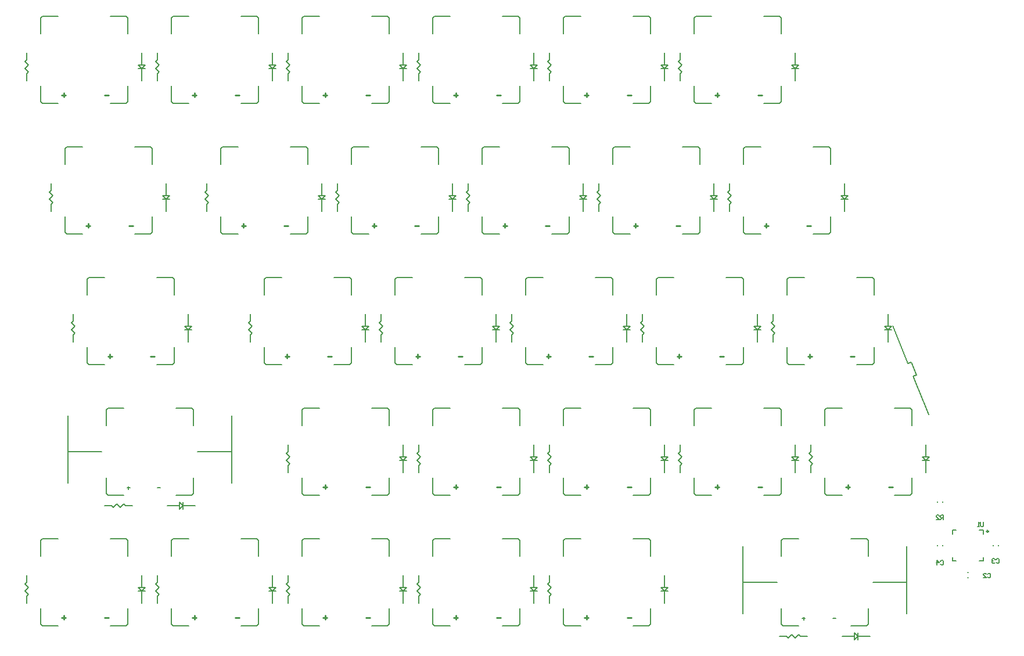
<source format=gbo>
G04*
G04 #@! TF.GenerationSoftware,Altium Limited,Altium Designer,18.1.7 (191)*
G04*
G04 Layer_Color=32896*
%FSLAX25Y25*%
%MOIN*%
G70*
G01*
G75*
%ADD10C,0.00984*%
%ADD11C,0.00800*%
%ADD12C,0.00787*%
%ADD13C,0.00500*%
%ADD14C,0.01000*%
D10*
X558811Y69169D02*
G03*
X558811Y69169I-492J0D01*
G01*
D11*
X72962Y334963D02*
X74963Y336963D01*
X14963Y315963D02*
X15962Y314963D01*
X14963Y315963D02*
Y324962D01*
Y363963D02*
X15962Y364963D01*
X14963Y354962D02*
Y363963D01*
X70963Y334963D02*
X74963D01*
X70963Y336963D02*
X72962Y334963D01*
X70963Y336963D02*
X74963D01*
X63963Y314963D02*
X64963Y315963D01*
Y324962D01*
Y354962D02*
Y363963D01*
X63963Y364963D02*
X64963Y363963D01*
X15962Y314963D02*
X24962D01*
X72962Y336963D02*
Y343963D01*
X15962Y364963D02*
X24962D01*
X72962Y327962D02*
Y334963D01*
X54962Y314963D02*
X63963D01*
X54962Y364963D02*
X63963D01*
X6962Y327962D02*
Y331962D01*
X7963Y332962D01*
X5962Y334963D02*
X7963Y332962D01*
X5962Y334963D02*
X7963Y336963D01*
X5962Y338963D02*
X7963Y336963D01*
X5962Y338963D02*
X6962Y339963D01*
Y343963D01*
X81963Y339963D02*
Y343963D01*
X80963Y338963D02*
X81963Y339963D01*
X80963Y338963D02*
X82963Y336963D01*
X80963Y334963D02*
X82963Y336963D01*
X80963Y334963D02*
X82963Y332962D01*
X81963Y331962D02*
X82963Y332962D01*
X81963Y327962D02*
Y331962D01*
X129963Y364963D02*
X138962D01*
X129963Y314963D02*
X138962D01*
X147962Y327962D02*
Y334963D01*
X90962Y364963D02*
X99963D01*
X147962Y336963D02*
Y343963D01*
X90962Y314963D02*
X99963D01*
X138962Y364963D02*
X139962Y363963D01*
Y354962D02*
Y363963D01*
Y315963D02*
Y324962D01*
X138962Y314963D02*
X139962Y315963D01*
X145963Y336963D02*
X149962D01*
X145963D02*
X147962Y334963D01*
X145963D02*
X149962D01*
X89963Y354962D02*
Y363963D01*
X90962Y364963D01*
X89963Y315963D02*
Y324962D01*
Y315963D02*
X90962Y314963D01*
X147962Y334963D02*
X149962Y336963D01*
X222962Y334963D02*
X224962Y336963D01*
X164962Y315963D02*
X165963Y314963D01*
X164962Y315963D02*
Y324962D01*
Y363963D02*
X165963Y364963D01*
X164962Y354962D02*
Y363963D01*
X220963Y334963D02*
X224962D01*
X220963Y336963D02*
X222962Y334963D01*
X220963Y336963D02*
X224962D01*
X213963Y314963D02*
X214963Y315963D01*
Y324962D01*
Y354962D02*
Y363963D01*
X213963Y364963D02*
X214963Y363963D01*
X165963Y314963D02*
X174962D01*
X222962Y336963D02*
Y343963D01*
X165963Y364963D02*
X174962D01*
X222962Y327962D02*
Y334963D01*
X204962Y314963D02*
X213963D01*
X204962Y364963D02*
X213963D01*
X156963Y327962D02*
Y331962D01*
X157963Y332962D01*
X155963Y334963D02*
X157963Y332962D01*
X155963Y334963D02*
X157963Y336963D01*
X155963Y338963D02*
X157963Y336963D01*
X155963Y338963D02*
X156963Y339963D01*
Y343963D01*
X231962Y339963D02*
Y343963D01*
X230962Y338963D02*
X231962Y339963D01*
X230962Y338963D02*
X232962Y336963D01*
X230962Y334963D02*
X232962Y336963D01*
X230962Y334963D02*
X232962Y332962D01*
X231962Y331962D02*
X232962Y332962D01*
X231962Y327962D02*
Y331962D01*
X279962Y364963D02*
X288963D01*
X279962Y314963D02*
X288963D01*
X297962Y327962D02*
Y334963D01*
X240963Y364963D02*
X249962D01*
X297962Y336963D02*
Y343963D01*
X240963Y314963D02*
X249962D01*
X288963Y364963D02*
X289963Y363963D01*
Y354962D02*
Y363963D01*
Y315963D02*
Y324962D01*
X288963Y314963D02*
X289963Y315963D01*
X295963Y336963D02*
X299962D01*
X295963D02*
X297962Y334963D01*
X295963D02*
X299962D01*
X239963Y354962D02*
Y363963D01*
X240963Y364963D01*
X239963Y315963D02*
Y324962D01*
Y315963D02*
X240963Y314963D01*
X297962Y334963D02*
X299962Y336963D01*
X372962Y334963D02*
X374962Y336963D01*
X314963Y315963D02*
X315963Y314963D01*
X314963Y315963D02*
Y324962D01*
Y363963D02*
X315963Y364963D01*
X314963Y354962D02*
Y363963D01*
X370963Y334963D02*
X374962D01*
X370963Y336963D02*
X372962Y334963D01*
X370963Y336963D02*
X374962D01*
X363963Y314963D02*
X364963Y315963D01*
Y324962D01*
Y354962D02*
Y363963D01*
X363963Y364963D02*
X364963Y363963D01*
X315963Y314963D02*
X324962D01*
X372962Y336963D02*
Y343963D01*
X315963Y364963D02*
X324962D01*
X372962Y327962D02*
Y334963D01*
X354962Y314963D02*
X363963D01*
X354962Y364963D02*
X363963D01*
X306962Y327962D02*
Y331962D01*
X307962Y332962D01*
X305962Y334963D02*
X307962Y332962D01*
X305962Y334963D02*
X307962Y336963D01*
X305962Y338963D02*
X307962Y336963D01*
X305962Y338963D02*
X306962Y339963D01*
Y343963D01*
X381962Y339963D02*
Y343963D01*
X380962Y338963D02*
X381962Y339963D01*
X380962Y338963D02*
X382962Y336963D01*
X380962Y334963D02*
X382962Y336963D01*
X380962Y334963D02*
X382962Y332962D01*
X381962Y331962D02*
X382962Y332962D01*
X381962Y327962D02*
Y331962D01*
X429962Y364963D02*
X438963D01*
X429962Y314963D02*
X438963D01*
X447963Y327962D02*
Y334963D01*
X390963Y364963D02*
X399962D01*
X447963Y336963D02*
Y343963D01*
X390963Y314963D02*
X399962D01*
X438963Y364963D02*
X439962Y363963D01*
Y354962D02*
Y363963D01*
Y315963D02*
Y324962D01*
X438963Y314963D02*
X439962Y315963D01*
X445962Y336963D02*
X449963D01*
X445962D02*
X447963Y334963D01*
X445962D02*
X449963D01*
X389963Y354962D02*
Y363963D01*
X390963Y364963D01*
X389963Y315963D02*
Y324962D01*
Y315963D02*
X390963Y314963D01*
X447963Y334963D02*
X449963Y336963D01*
X87025Y259963D02*
X89025Y261963D01*
X29025Y240963D02*
X30025Y239963D01*
X29025Y240963D02*
Y249962D01*
Y288963D02*
X30025Y289963D01*
X29025Y279962D02*
Y288963D01*
X85025Y259963D02*
X89025D01*
X85025Y261963D02*
X87025Y259963D01*
X85025Y261963D02*
X89025D01*
X78025Y239963D02*
X79025Y240963D01*
Y249962D01*
Y279962D02*
Y288963D01*
X78025Y289963D02*
X79025Y288963D01*
X30025Y239963D02*
X39025D01*
X87025Y261963D02*
Y268963D01*
X30025Y289963D02*
X39025D01*
X87025Y252962D02*
Y259963D01*
X69025Y239963D02*
X78025D01*
X69025Y289963D02*
X78025D01*
X21025Y252962D02*
Y256962D01*
X22025Y257962D01*
X20025Y259963D02*
X22025Y257962D01*
X20025Y259963D02*
X22025Y261963D01*
X20025Y263963D02*
X22025Y261963D01*
X20025Y263963D02*
X21025Y264963D01*
Y268963D01*
X110088Y264963D02*
Y268963D01*
X109088Y263963D02*
X110088Y264963D01*
X109088Y263963D02*
X111088Y261963D01*
X109088Y259963D02*
X111088Y261963D01*
X109088Y259963D02*
X111088Y257962D01*
X110088Y256962D02*
X111088Y257962D01*
X110088Y252962D02*
Y256962D01*
X158088Y289963D02*
X167087D01*
X158088Y239963D02*
X167087D01*
X176087Y252962D02*
Y259963D01*
X119088Y289963D02*
X128087D01*
X176087Y261963D02*
Y268963D01*
X119088Y239963D02*
X128087D01*
X167087Y289963D02*
X168087Y288963D01*
Y279962D02*
Y288963D01*
Y240963D02*
Y249962D01*
X167087Y239963D02*
X168087Y240963D01*
X174088Y261963D02*
X178087D01*
X174088D02*
X176087Y259963D01*
X174088D02*
X178087D01*
X118087Y279962D02*
Y288963D01*
X119088Y289963D01*
X118087Y240963D02*
Y249962D01*
Y240963D02*
X119088Y239963D01*
X176087Y259963D02*
X178087Y261963D01*
X251087Y259963D02*
X253087Y261963D01*
X193087Y240963D02*
X194088Y239963D01*
X193087Y240963D02*
Y249962D01*
Y288963D02*
X194088Y289963D01*
X193087Y279962D02*
Y288963D01*
X249088Y259963D02*
X253087D01*
X249088Y261963D02*
X251087Y259963D01*
X249088Y261963D02*
X253087D01*
X242088Y239963D02*
X243088Y240963D01*
Y249962D01*
Y279962D02*
Y288963D01*
X242088Y289963D02*
X243088Y288963D01*
X194088Y239963D02*
X203087D01*
X251087Y261963D02*
Y268963D01*
X194088Y289963D02*
X203087D01*
X251087Y252962D02*
Y259963D01*
X233087Y239963D02*
X242088D01*
X233087Y289963D02*
X242088D01*
X185088Y252962D02*
Y256962D01*
X186088Y257962D01*
X184088Y259963D02*
X186088Y257962D01*
X184088Y259963D02*
X186088Y261963D01*
X184088Y263963D02*
X186088Y261963D01*
X184088Y263963D02*
X185088Y264963D01*
Y268963D01*
X260087Y264963D02*
Y268963D01*
X259087Y263963D02*
X260087Y264963D01*
X259087Y263963D02*
X261087Y261963D01*
X259087Y259963D02*
X261087Y261963D01*
X259087Y259963D02*
X261087Y257962D01*
X260087Y256962D02*
X261087Y257962D01*
X260087Y252962D02*
Y256962D01*
X308087Y289963D02*
X317088D01*
X308087Y239963D02*
X317088D01*
X326087Y252962D02*
Y259963D01*
X269088Y289963D02*
X278087D01*
X326087Y261963D02*
Y268963D01*
X269088Y239963D02*
X278087D01*
X317088Y289963D02*
X318088Y288963D01*
Y279962D02*
Y288963D01*
Y240963D02*
Y249962D01*
X317088Y239963D02*
X318088Y240963D01*
X324088Y261963D02*
X328087D01*
X324088D02*
X326087Y259963D01*
X324088D02*
X328087D01*
X268088Y279962D02*
Y288963D01*
X269088Y289963D01*
X268088Y240963D02*
Y249962D01*
Y240963D02*
X269088Y239963D01*
X326087Y259963D02*
X328087Y261963D01*
X401088Y259963D02*
X403088Y261963D01*
X343088Y240963D02*
X344088Y239963D01*
X343088Y240963D02*
Y249962D01*
Y288963D02*
X344088Y289963D01*
X343088Y279962D02*
Y288963D01*
X399088Y259963D02*
X403088D01*
X399088Y261963D02*
X401088Y259963D01*
X399088Y261963D02*
X403088D01*
X392088Y239963D02*
X393088Y240963D01*
Y249962D01*
Y279962D02*
Y288963D01*
X392088Y289963D02*
X393088Y288963D01*
X344088Y239963D02*
X353087D01*
X401088Y261963D02*
Y268963D01*
X344088Y289963D02*
X353087D01*
X401088Y252962D02*
Y259963D01*
X383087Y239963D02*
X392088D01*
X383087Y289963D02*
X392088D01*
X335087Y252962D02*
Y256962D01*
X336087Y257962D01*
X334087Y259963D02*
X336087Y257962D01*
X334087Y259963D02*
X336087Y261963D01*
X334087Y263963D02*
X336087Y261963D01*
X334087Y263963D02*
X335087Y264963D01*
Y268963D01*
X410087Y264963D02*
Y268963D01*
X409088Y263963D02*
X410087Y264963D01*
X409088Y263963D02*
X411088Y261963D01*
X409088Y259963D02*
X411088Y261963D01*
X409088Y259963D02*
X411088Y257962D01*
X410087Y256962D02*
X411088Y257962D01*
X410087Y252962D02*
Y256962D01*
X458087Y289963D02*
X467088D01*
X458087Y239963D02*
X467088D01*
X476088Y252962D02*
Y259963D01*
X419088Y289963D02*
X428088D01*
X476088Y261963D02*
Y268963D01*
X419088Y239963D02*
X428088D01*
X467088Y289963D02*
X468087Y288963D01*
Y279962D02*
Y288963D01*
Y240963D02*
Y249962D01*
X467088Y239963D02*
X468087Y240963D01*
X474087Y261963D02*
X478088D01*
X474087D02*
X476088Y259963D01*
X474087D02*
X478088D01*
X418087Y279962D02*
Y288963D01*
X419088Y289963D01*
X418087Y240963D02*
Y249962D01*
Y240963D02*
X419088Y239963D01*
X476088Y259963D02*
X478088Y261963D01*
X99525Y184962D02*
X101525Y186962D01*
X41525Y165963D02*
X42525Y164962D01*
X41525Y165963D02*
Y174962D01*
Y213963D02*
X42525Y214963D01*
X41525Y204962D02*
Y213963D01*
X97525Y184962D02*
X101525D01*
X97525Y186962D02*
X99525Y184962D01*
X97525Y186962D02*
X101525D01*
X90525Y164962D02*
X91525Y165963D01*
Y174962D01*
Y204962D02*
Y213963D01*
X90525Y214963D02*
X91525Y213963D01*
X42525Y164962D02*
X51525D01*
X99525Y186962D02*
Y193963D01*
X42525Y214963D02*
X51525D01*
X99525Y177963D02*
Y184962D01*
X81525Y164962D02*
X90525D01*
X81525Y214963D02*
X90525D01*
X33525Y177963D02*
Y181963D01*
X34525Y182963D01*
X32525Y184962D02*
X34525Y182963D01*
X32525Y184962D02*
X34525Y186962D01*
X32525Y188962D02*
X34525Y186962D01*
X32525Y188962D02*
X33525Y189962D01*
Y193963D01*
X135088Y189962D02*
Y193963D01*
X134088Y188962D02*
X135088Y189962D01*
X134088Y188962D02*
X136088Y186962D01*
X134088Y184962D02*
X136088Y186962D01*
X134088Y184962D02*
X136088Y182963D01*
X135088Y181963D02*
X136088Y182963D01*
X135088Y177963D02*
Y181963D01*
X183088Y214963D02*
X192087D01*
X183088Y164962D02*
X192087D01*
X201087Y177963D02*
Y184962D01*
X144088Y214963D02*
X153087D01*
X201087Y186962D02*
Y193963D01*
X144088Y164962D02*
X153087D01*
X192087Y214963D02*
X193087Y213963D01*
Y204962D02*
Y213963D01*
Y165963D02*
Y174962D01*
X192087Y164962D02*
X193087Y165963D01*
X199088Y186962D02*
X203087D01*
X199088D02*
X201087Y184962D01*
X199088D02*
X203087D01*
X143087Y204962D02*
Y213963D01*
X144088Y214963D01*
X143087Y165963D02*
Y174962D01*
Y165963D02*
X144088Y164962D01*
X201087Y184962D02*
X203087Y186962D01*
X276087Y184962D02*
X278087Y186962D01*
X218088Y165963D02*
X219088Y164962D01*
X218088Y165963D02*
Y174962D01*
Y213963D02*
X219088Y214963D01*
X218088Y204962D02*
Y213963D01*
X274088Y184962D02*
X278087D01*
X274088Y186962D02*
X276087Y184962D01*
X274088Y186962D02*
X278087D01*
X267088Y164962D02*
X268088Y165963D01*
Y174962D01*
Y204962D02*
Y213963D01*
X267088Y214963D02*
X268088Y213963D01*
X219088Y164962D02*
X228087D01*
X276087Y186962D02*
Y193963D01*
X219088Y214963D02*
X228087D01*
X276087Y177963D02*
Y184962D01*
X258087Y164962D02*
X267088D01*
X258087Y214963D02*
X267088D01*
X210087Y177963D02*
Y181963D01*
X211087Y182963D01*
X209087Y184962D02*
X211087Y182963D01*
X209087Y184962D02*
X211087Y186962D01*
X209087Y188962D02*
X211087Y186962D01*
X209087Y188962D02*
X210087Y189962D01*
Y193963D01*
X285087Y189962D02*
Y193963D01*
X284087Y188962D02*
X285087Y189962D01*
X284087Y188962D02*
X286087Y186962D01*
X284087Y184962D02*
X286087Y186962D01*
X284087Y184962D02*
X286087Y182963D01*
X285087Y181963D02*
X286087Y182963D01*
X285087Y177963D02*
Y181963D01*
X333087Y214963D02*
X342088D01*
X333087Y164962D02*
X342088D01*
X351087Y177963D02*
Y184962D01*
X294088Y214963D02*
X303087D01*
X351087Y186962D02*
Y193963D01*
X294088Y164962D02*
X303087D01*
X342088Y214963D02*
X343088Y213963D01*
Y204962D02*
Y213963D01*
Y165963D02*
Y174962D01*
X342088Y164962D02*
X343088Y165963D01*
X349088Y186962D02*
X353087D01*
X349088D02*
X351087Y184962D01*
X349088D02*
X353087D01*
X293088Y204962D02*
Y213963D01*
X294088Y214963D01*
X293088Y165963D02*
Y174962D01*
Y165963D02*
X294088Y164962D01*
X351087Y184962D02*
X353087Y186962D01*
X426088Y184962D02*
X428088Y186962D01*
X368088Y165963D02*
X369088Y164962D01*
X368088Y165963D02*
Y174962D01*
Y213963D02*
X369088Y214963D01*
X368088Y204962D02*
Y213963D01*
X424087Y184962D02*
X428088D01*
X424087Y186962D02*
X426088Y184962D01*
X424087Y186962D02*
X428088D01*
X417088Y164962D02*
X418087Y165963D01*
Y174962D01*
Y204962D02*
Y213963D01*
X417088Y214963D02*
X418087Y213963D01*
X369088Y164962D02*
X378087D01*
X426088Y186962D02*
Y193963D01*
X369088Y214963D02*
X378087D01*
X426088Y177963D02*
Y184962D01*
X408087Y164962D02*
X417088D01*
X408087Y214963D02*
X417088D01*
X360087Y177963D02*
Y181963D01*
X361087Y182963D01*
X359087Y184962D02*
X361087Y182963D01*
X359087Y184962D02*
X361087Y186962D01*
X359087Y188962D02*
X361087Y186962D01*
X359087Y188962D02*
X360087Y189962D01*
Y193963D01*
X435087Y189962D02*
Y193963D01*
X434088Y188962D02*
X435087Y189962D01*
X434088Y188962D02*
X436088Y186962D01*
X434088Y184962D02*
X436088Y186962D01*
X434088Y184962D02*
X436088Y182963D01*
X435087Y181963D02*
X436088Y182963D01*
X435087Y177963D02*
Y181963D01*
X483087Y214963D02*
X492088D01*
X483087Y164962D02*
X492088D01*
X501088Y177963D02*
Y184962D01*
X444088Y214963D02*
X453088D01*
X501088Y186962D02*
Y193963D01*
X444088Y164962D02*
X453088D01*
X492088Y214963D02*
X493087Y213963D01*
Y204962D02*
Y213963D01*
Y165963D02*
Y174962D01*
X492088Y164962D02*
X493087Y165963D01*
X499087Y186962D02*
X503088D01*
X499087D02*
X501088Y184962D01*
X499087D02*
X503088D01*
X443087Y204962D02*
Y213963D01*
X444088Y214963D01*
X443087Y165963D02*
Y174962D01*
Y165963D02*
X444088Y164962D01*
X501088Y184962D02*
X503088Y186962D01*
X51463Y83963D02*
X55462D01*
X56463Y82963D01*
X58463Y84962D01*
X60462Y82963D01*
X62463Y84962D01*
X63463Y83963D01*
X67462D01*
X124462Y96962D02*
Y135462D01*
X104963Y114962D02*
X124462D01*
X104963D02*
X124462D01*
X30463Y96962D02*
Y135462D01*
X94463Y85962D02*
X96463Y83963D01*
X52463Y90962D02*
X53462Y89963D01*
X52463Y90962D02*
Y99963D01*
Y138962D02*
X53462Y139962D01*
X52463Y129963D02*
Y138962D01*
X96463Y81963D02*
Y85962D01*
X94463Y81963D02*
X96463Y83963D01*
X94463Y81963D02*
Y85962D01*
X101462Y89963D02*
X102462Y90962D01*
Y99963D01*
Y129963D02*
Y138962D01*
X101462Y139962D02*
X102462Y138962D01*
X53462Y89963D02*
X62463D01*
X87463Y83963D02*
X94463D01*
X53462Y139962D02*
X62463D01*
X96463Y83963D02*
X103463D01*
X92462Y89963D02*
X101462D01*
X92462Y139962D02*
X101462D01*
X30463Y114962D02*
X49962D01*
X222962Y109962D02*
X224962Y111962D01*
X164962Y90962D02*
X165963Y89963D01*
X164962Y90962D02*
Y99963D01*
Y138962D02*
X165963Y139962D01*
X164962Y129963D02*
Y138962D01*
X220963Y109962D02*
X224962D01*
X220963Y111962D02*
X222962Y109962D01*
X220963Y111962D02*
X224962D01*
X213963Y89963D02*
X214963Y90962D01*
Y99963D01*
Y129963D02*
Y138962D01*
X213963Y139962D02*
X214963Y138962D01*
X165963Y89963D02*
X174962D01*
X222962Y111962D02*
Y118963D01*
X165963Y139962D02*
X174962D01*
X222962Y102963D02*
Y109962D01*
X204962Y89963D02*
X213963D01*
X204962Y139962D02*
X213963D01*
X156963Y102963D02*
Y106963D01*
X157963Y107963D01*
X155963Y109962D02*
X157963Y107963D01*
X155963Y109962D02*
X157963Y111962D01*
X155963Y113962D02*
X157963Y111962D01*
X155963Y113962D02*
X156963Y114962D01*
Y118963D01*
X231962Y114962D02*
Y118963D01*
X230962Y113962D02*
X231962Y114962D01*
X230962Y113962D02*
X232962Y111962D01*
X230962Y109962D02*
X232962Y111962D01*
X230962Y109962D02*
X232962Y107963D01*
X231962Y106963D02*
X232962Y107963D01*
X231962Y102963D02*
Y106963D01*
X279962Y139962D02*
X288963D01*
X279962Y89963D02*
X288963D01*
X297962Y102963D02*
Y109962D01*
X240963Y139962D02*
X249962D01*
X297962Y111962D02*
Y118963D01*
X240963Y89963D02*
X249962D01*
X288963Y139962D02*
X289963Y138962D01*
Y129963D02*
Y138962D01*
Y90962D02*
Y99963D01*
X288963Y89963D02*
X289963Y90962D01*
X295963Y111962D02*
X299962D01*
X295963D02*
X297962Y109962D01*
X295963D02*
X299962D01*
X239963Y129963D02*
Y138962D01*
X240963Y139962D01*
X239963Y90962D02*
Y99963D01*
Y90962D02*
X240963Y89963D01*
X297962Y109962D02*
X299962Y111962D01*
X372962Y109962D02*
X374962Y111962D01*
X314963Y90962D02*
X315963Y89963D01*
X314963Y90962D02*
Y99963D01*
Y138962D02*
X315963Y139962D01*
X314963Y129963D02*
Y138962D01*
X370963Y109962D02*
X374962D01*
X370963Y111962D02*
X372962Y109962D01*
X370963Y111962D02*
X374962D01*
X363963Y89963D02*
X364963Y90962D01*
Y99963D01*
Y129963D02*
Y138962D01*
X363963Y139962D02*
X364963Y138962D01*
X315963Y89963D02*
X324962D01*
X372962Y111962D02*
Y118963D01*
X315963Y139962D02*
X324962D01*
X372962Y102963D02*
Y109962D01*
X354962Y89963D02*
X363963D01*
X354962Y139962D02*
X363963D01*
X306962Y102963D02*
Y106963D01*
X307962Y107963D01*
X305962Y109962D02*
X307962Y107963D01*
X305962Y109962D02*
X307962Y111962D01*
X305962Y113962D02*
X307962Y111962D01*
X305962Y113962D02*
X306962Y114962D01*
Y118963D01*
X381962Y114962D02*
Y118963D01*
X380962Y113962D02*
X381962Y114962D01*
X380962Y113962D02*
X382962Y111962D01*
X380962Y109962D02*
X382962Y111962D01*
X380962Y109962D02*
X382962Y107963D01*
X381962Y106963D02*
X382962Y107963D01*
X381962Y102963D02*
Y106963D01*
X429962Y139962D02*
X438963D01*
X429962Y89963D02*
X438963D01*
X447963Y102963D02*
Y109962D01*
X390963Y139962D02*
X399962D01*
X447963Y111962D02*
Y118963D01*
X390963Y89963D02*
X399962D01*
X438963Y139962D02*
X439962Y138962D01*
Y129963D02*
Y138962D01*
Y90962D02*
Y99963D01*
X438963Y89963D02*
X439962Y90962D01*
X445962Y111962D02*
X449963D01*
X445962D02*
X447963Y109962D01*
X445962D02*
X449963D01*
X389963Y129963D02*
Y138962D01*
X390963Y139962D01*
X389963Y90962D02*
Y99963D01*
Y90962D02*
X390963Y89963D01*
X447963Y109962D02*
X449963Y111962D01*
X522963Y109962D02*
X524963Y111962D01*
X464962Y90962D02*
X465963Y89963D01*
X464962Y90962D02*
Y99963D01*
Y138962D02*
X465963Y139962D01*
X464962Y129963D02*
Y138962D01*
X520962Y109962D02*
X524963D01*
X520962Y111962D02*
X522963Y109962D01*
X520962Y111962D02*
X524963D01*
X513963Y89963D02*
X514962Y90962D01*
Y99963D01*
Y129963D02*
Y138962D01*
X513963Y139962D02*
X514962Y138962D01*
X465963Y89963D02*
X474963D01*
X522963Y111962D02*
Y118963D01*
X465963Y139962D02*
X474963D01*
X522963Y102963D02*
Y109962D01*
X504962Y89963D02*
X513963D01*
X504962Y139962D02*
X513963D01*
X456962Y102963D02*
Y106963D01*
X457963Y107963D01*
X455963Y109962D02*
X457963Y107963D01*
X455963Y109962D02*
X457963Y111962D01*
X455963Y113962D02*
X457963Y111962D01*
X455963Y113962D02*
X456962Y114962D01*
Y118963D01*
X6962Y39963D02*
Y43962D01*
X5962Y38963D02*
X6962Y39963D01*
X5962Y38963D02*
X7963Y36963D01*
X5962Y34962D02*
X7963Y36963D01*
X5962Y34962D02*
X7963Y32963D01*
X6962Y31962D02*
X7963Y32963D01*
X6962Y27962D02*
Y31962D01*
X54962Y64963D02*
X63963D01*
X54962Y14963D02*
X63963D01*
X72962Y27962D02*
Y34962D01*
X15962Y64963D02*
X24962D01*
X72962Y36963D02*
Y43962D01*
X15962Y14963D02*
X24962D01*
X63963Y64963D02*
X64963Y63963D01*
Y54962D02*
Y63963D01*
Y15962D02*
Y24962D01*
X63963Y14963D02*
X64963Y15962D01*
X70963Y36963D02*
X74963D01*
X70963D02*
X72962Y34962D01*
X70963D02*
X74963D01*
X14963Y54962D02*
Y63963D01*
X15962Y64963D01*
X14963Y15962D02*
Y24962D01*
Y15962D02*
X15962Y14963D01*
X72962Y34962D02*
X74963Y36963D01*
X147962Y34962D02*
X149962Y36963D01*
X89963Y15962D02*
X90962Y14963D01*
X89963Y15962D02*
Y24962D01*
Y63963D02*
X90962Y64963D01*
X89963Y54962D02*
Y63963D01*
X145963Y34962D02*
X149962D01*
X145963Y36963D02*
X147962Y34962D01*
X145963Y36963D02*
X149962D01*
X138962Y14963D02*
X139962Y15962D01*
Y24962D01*
Y54962D02*
Y63963D01*
X138962Y64963D02*
X139962Y63963D01*
X90962Y14963D02*
X99963D01*
X147962Y36963D02*
Y43962D01*
X90962Y64963D02*
X99963D01*
X147962Y27962D02*
Y34962D01*
X129963Y14963D02*
X138962D01*
X129963Y64963D02*
X138962D01*
X81963Y27962D02*
Y31962D01*
X82963Y32963D01*
X80963Y34962D02*
X82963Y32963D01*
X80963Y34962D02*
X82963Y36963D01*
X80963Y38963D02*
X82963Y36963D01*
X80963Y38963D02*
X81963Y39963D01*
Y43962D01*
X156963Y39963D02*
Y43962D01*
X155963Y38963D02*
X156963Y39963D01*
X155963Y38963D02*
X157963Y36963D01*
X155963Y34962D02*
X157963Y36963D01*
X155963Y34962D02*
X157963Y32963D01*
X156963Y31962D02*
X157963Y32963D01*
X156963Y27962D02*
Y31962D01*
X204962Y64963D02*
X213963D01*
X204962Y14963D02*
X213963D01*
X222962Y27962D02*
Y34962D01*
X165963Y64963D02*
X174962D01*
X222962Y36963D02*
Y43962D01*
X165963Y14963D02*
X174962D01*
X213963Y64963D02*
X214963Y63963D01*
Y54962D02*
Y63963D01*
Y15962D02*
Y24962D01*
X213963Y14963D02*
X214963Y15962D01*
X220963Y36963D02*
X224962D01*
X220963D02*
X222962Y34962D01*
X220963D02*
X224962D01*
X164962Y54962D02*
Y63963D01*
X165963Y64963D01*
X164962Y15962D02*
Y24962D01*
Y15962D02*
X165963Y14963D01*
X222962Y34962D02*
X224962Y36963D01*
X297962Y34962D02*
X299962Y36963D01*
X239963Y15962D02*
X240963Y14963D01*
X239963Y15962D02*
Y24962D01*
Y63963D02*
X240963Y64963D01*
X239963Y54962D02*
Y63963D01*
X295963Y34962D02*
X299962D01*
X295963Y36963D02*
X297962Y34962D01*
X295963Y36963D02*
X299962D01*
X288963Y14963D02*
X289963Y15962D01*
Y24962D01*
Y54962D02*
Y63963D01*
X288963Y64963D02*
X289963Y63963D01*
X240963Y14963D02*
X249962D01*
X297962Y36963D02*
Y43962D01*
X240963Y64963D02*
X249962D01*
X297962Y27962D02*
Y34962D01*
X279962Y14963D02*
X288963D01*
X279962Y64963D02*
X288963D01*
X231962Y27962D02*
Y31962D01*
X232962Y32963D01*
X230962Y34962D02*
X232962Y32963D01*
X230962Y34962D02*
X232962Y36963D01*
X230962Y38963D02*
X232962Y36963D01*
X230962Y38963D02*
X231962Y39963D01*
Y43962D01*
X306962Y39963D02*
Y43962D01*
X305962Y38963D02*
X306962Y39963D01*
X305962Y38963D02*
X307962Y36963D01*
X305962Y34962D02*
X307962Y36963D01*
X305962Y34962D02*
X307962Y32963D01*
X306962Y31962D02*
X307962Y32963D01*
X306962Y27962D02*
Y31962D01*
X354962Y64963D02*
X363963D01*
X354962Y14963D02*
X363963D01*
X372962Y27962D02*
Y34962D01*
X315963Y64963D02*
X324962D01*
X372962Y36963D02*
Y43962D01*
X315963Y14963D02*
X324962D01*
X363963Y64963D02*
X364963Y63963D01*
Y54962D02*
Y63963D01*
Y15962D02*
Y24962D01*
X363963Y14963D02*
X364963Y15962D01*
X370963Y36963D02*
X374962D01*
X370963D02*
X372962Y34962D01*
X370963D02*
X374962D01*
X314963Y54962D02*
Y63963D01*
X315963Y64963D01*
X314963Y15962D02*
Y24962D01*
Y15962D02*
X315963Y14963D01*
X372962Y34962D02*
X374962Y36963D01*
X438963Y8963D02*
X442963D01*
X443962Y7963D01*
X445962Y9962D01*
X447963Y7963D01*
X449963Y9962D01*
X450962Y8963D01*
X454962D01*
X511963Y21962D02*
Y60462D01*
X492462Y39963D02*
X511963D01*
X492462D02*
X511963D01*
X417963Y21962D02*
Y60462D01*
X481962Y10962D02*
X483962Y8963D01*
X439962Y15962D02*
X440963Y14963D01*
X439962Y15962D02*
Y24962D01*
Y63963D02*
X440963Y64963D01*
X439962Y54962D02*
Y63963D01*
X483962Y6962D02*
Y10962D01*
X481962Y6962D02*
X483962Y8963D01*
X481962Y6962D02*
Y10962D01*
X488963Y14963D02*
X489962Y15962D01*
Y24962D01*
Y54962D02*
Y63963D01*
X488963Y64963D02*
X489962Y63963D01*
X440963Y14963D02*
X449963D01*
X474963Y8963D02*
X481962D01*
X440963Y64963D02*
X449963D01*
X483962Y8963D02*
X490963D01*
X479962Y14963D02*
X488963D01*
X479962Y64963D02*
X488963D01*
X417963Y39963D02*
X437463D01*
X514521Y166230D02*
X517494Y158871D01*
X512696Y165493D02*
X514521Y166230D01*
X515669Y158134D02*
X517494Y158871D01*
D12*
X553693Y52240D02*
X555760D01*
Y54307D01*
X538240Y52240D02*
X540307D01*
X538240D02*
Y54307D01*
Y67693D02*
Y69760D01*
X540307D01*
X553693D02*
X555760D01*
Y67693D02*
Y69760D01*
X546803Y42425D02*
X547197D01*
X546803Y45575D02*
X547197D01*
X564575Y60803D02*
Y61197D01*
X561425Y60803D02*
Y61197D01*
X529425Y60803D02*
Y61197D01*
X532575Y60803D02*
Y61197D01*
Y85953D02*
Y86347D01*
X529425Y85953D02*
Y86347D01*
X515669Y158134D02*
X524444Y136414D01*
X503944Y187154D02*
X512696Y165493D01*
D13*
X556000Y74499D02*
Y72417D01*
X555583Y72000D01*
X554750D01*
X554334Y72417D01*
Y74499D01*
X553501Y72000D02*
X552668D01*
X553084D01*
Y74499D01*
X553501Y74083D01*
X558334Y44508D02*
X558750Y44924D01*
X559584D01*
X560000Y44508D01*
Y42842D01*
X559584Y42425D01*
X558750D01*
X558334Y42842D01*
X555835Y42425D02*
X557501D01*
X555835Y44091D01*
Y44508D01*
X556251Y44924D01*
X557084D01*
X557501Y44508D01*
X563334Y53083D02*
X563750Y53499D01*
X564583D01*
X565000Y53083D01*
Y51416D01*
X564583Y51000D01*
X563750D01*
X563334Y51416D01*
X562501Y53083D02*
X562084Y53499D01*
X561251D01*
X560835Y53083D01*
Y52666D01*
X561251Y52250D01*
X561668D01*
X561251D01*
X560835Y51833D01*
Y51416D01*
X561251Y51000D01*
X562084D01*
X562501Y51416D01*
X531334Y52083D02*
X531750Y52499D01*
X532584D01*
X533000Y52083D01*
Y50416D01*
X532584Y50000D01*
X531750D01*
X531334Y50416D01*
X529251Y50000D02*
Y52499D01*
X530501Y51250D01*
X528835D01*
X533000Y76000D02*
Y78499D01*
X531750D01*
X531334Y78083D01*
Y77250D01*
X531750Y76833D01*
X533000D01*
X532167D02*
X531334Y76000D01*
X528835D02*
X530501D01*
X528835Y77666D01*
Y78083D01*
X529251Y78499D01*
X530084D01*
X530501Y78083D01*
X64463Y94212D02*
X66129D01*
X65296Y95045D02*
Y93379D01*
X81957Y94212D02*
X83623D01*
X451963Y19212D02*
X453629D01*
X452796Y20045D02*
Y18379D01*
X469457Y19212D02*
X471123D01*
D14*
X26963Y319712D02*
X29295D01*
X28129Y320878D02*
Y318546D01*
X51455Y319712D02*
X53787D01*
X101962D02*
X104295D01*
X103129Y320878D02*
Y318546D01*
X126455Y319712D02*
X128787D01*
X176962D02*
X179295D01*
X178129Y320878D02*
Y318546D01*
X201455Y319712D02*
X203787D01*
X251962D02*
X254295D01*
X253129Y320878D02*
Y318546D01*
X276455Y319712D02*
X278787D01*
X326962D02*
X329295D01*
X328129Y320878D02*
Y318546D01*
X351455Y319712D02*
X353787D01*
X401963D02*
X404295D01*
X403129Y320878D02*
Y318546D01*
X426455Y319712D02*
X428787D01*
X41025Y244712D02*
X43358D01*
X42191Y245878D02*
Y243546D01*
X65517Y244712D02*
X67850D01*
X130087D02*
X132420D01*
X131254Y245878D02*
Y243546D01*
X154580Y244712D02*
X156912D01*
X205087D02*
X207420D01*
X206254Y245878D02*
Y243546D01*
X229580Y244712D02*
X231912D01*
X280087D02*
X282420D01*
X281254Y245878D02*
Y243546D01*
X304580Y244712D02*
X306912D01*
X355087D02*
X357420D01*
X356254Y245878D02*
Y243546D01*
X379580Y244712D02*
X381912D01*
X430088D02*
X432420D01*
X431254Y245878D02*
Y243546D01*
X454580Y244712D02*
X456912D01*
X53525Y169712D02*
X55858D01*
X54691Y170878D02*
Y168546D01*
X78017Y169712D02*
X80350D01*
X155087D02*
X157420D01*
X156254Y170878D02*
Y168546D01*
X179580Y169712D02*
X181912D01*
X230087D02*
X232420D01*
X231254Y170878D02*
Y168546D01*
X254580Y169712D02*
X256912D01*
X305087D02*
X307420D01*
X306254Y170878D02*
Y168546D01*
X329580Y169712D02*
X331912D01*
X380087D02*
X382420D01*
X381254Y170878D02*
Y168546D01*
X404580Y169712D02*
X406912D01*
X455088D02*
X457420D01*
X456254Y170878D02*
Y168546D01*
X479580Y169712D02*
X481912D01*
X176962Y94712D02*
X179295D01*
X178129Y95878D02*
Y93546D01*
X201455Y94712D02*
X203787D01*
X251962D02*
X254295D01*
X253129Y95878D02*
Y93546D01*
X276455Y94712D02*
X278787D01*
X326962D02*
X329295D01*
X328129Y95878D02*
Y93546D01*
X351455Y94712D02*
X353787D01*
X401963D02*
X404295D01*
X403129Y95878D02*
Y93546D01*
X426455Y94712D02*
X428787D01*
X476963D02*
X479295D01*
X478129Y95878D02*
Y93546D01*
X501455Y94712D02*
X503787D01*
X26963Y19712D02*
X29295D01*
X28129Y20878D02*
Y18546D01*
X51455Y19712D02*
X53787D01*
X101962D02*
X104295D01*
X103129Y20878D02*
Y18546D01*
X126455Y19712D02*
X128787D01*
X176962D02*
X179295D01*
X178129Y20878D02*
Y18546D01*
X201455Y19712D02*
X203787D01*
X251962D02*
X254295D01*
X253129Y20878D02*
Y18546D01*
X276455Y19712D02*
X278787D01*
X326962D02*
X329295D01*
X328129Y20878D02*
Y18546D01*
X351455Y19712D02*
X353787D01*
M02*

</source>
